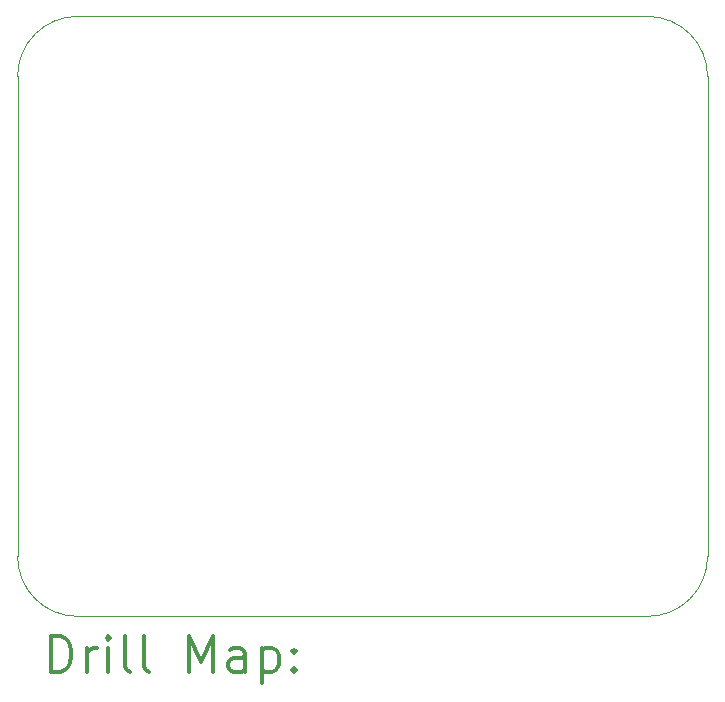
<source format=gbr>
%FSLAX45Y45*%
G04 Gerber Fmt 4.5, Leading zero omitted, Abs format (unit mm)*
G04 Created by KiCad (PCBNEW (5.1.10)-1) date 2021-10-01 13:30:18*
%MOMM*%
%LPD*%
G01*
G04 APERTURE LIST*
%TA.AperFunction,Profile*%
%ADD10C,0.050000*%
%TD*%
%ADD11C,0.200000*%
%ADD12C,0.300000*%
G04 APERTURE END LIST*
D10*
X16256000Y-12192000D02*
G75*
G02*
X15748000Y-12700000I-508000J0D01*
G01*
X10922000Y-12700000D02*
G75*
G02*
X10414000Y-12192000I0J508000D01*
G01*
X10414000Y-8128000D02*
G75*
G02*
X10922000Y-7620000I508000J0D01*
G01*
X10922000Y-7620000D02*
X15748000Y-7620000D01*
X10414000Y-12192000D02*
X10414000Y-8128000D01*
X15748000Y-12700000D02*
X10922000Y-12700000D01*
X16256000Y-8128000D02*
X16256000Y-12192000D01*
X15748000Y-7620000D02*
G75*
G02*
X16256000Y-8128000I0J-508000D01*
G01*
D11*
D12*
X10697928Y-13168214D02*
X10697928Y-12868214D01*
X10769357Y-12868214D01*
X10812214Y-12882500D01*
X10840786Y-12911071D01*
X10855071Y-12939643D01*
X10869357Y-12996786D01*
X10869357Y-13039643D01*
X10855071Y-13096786D01*
X10840786Y-13125357D01*
X10812214Y-13153929D01*
X10769357Y-13168214D01*
X10697928Y-13168214D01*
X10997928Y-13168214D02*
X10997928Y-12968214D01*
X10997928Y-13025357D02*
X11012214Y-12996786D01*
X11026500Y-12982500D01*
X11055071Y-12968214D01*
X11083643Y-12968214D01*
X11183643Y-13168214D02*
X11183643Y-12968214D01*
X11183643Y-12868214D02*
X11169357Y-12882500D01*
X11183643Y-12896786D01*
X11197928Y-12882500D01*
X11183643Y-12868214D01*
X11183643Y-12896786D01*
X11369357Y-13168214D02*
X11340786Y-13153929D01*
X11326500Y-13125357D01*
X11326500Y-12868214D01*
X11526500Y-13168214D02*
X11497928Y-13153929D01*
X11483643Y-13125357D01*
X11483643Y-12868214D01*
X11869357Y-13168214D02*
X11869357Y-12868214D01*
X11969357Y-13082500D01*
X12069357Y-12868214D01*
X12069357Y-13168214D01*
X12340786Y-13168214D02*
X12340786Y-13011071D01*
X12326500Y-12982500D01*
X12297928Y-12968214D01*
X12240786Y-12968214D01*
X12212214Y-12982500D01*
X12340786Y-13153929D02*
X12312214Y-13168214D01*
X12240786Y-13168214D01*
X12212214Y-13153929D01*
X12197928Y-13125357D01*
X12197928Y-13096786D01*
X12212214Y-13068214D01*
X12240786Y-13053929D01*
X12312214Y-13053929D01*
X12340786Y-13039643D01*
X12483643Y-12968214D02*
X12483643Y-13268214D01*
X12483643Y-12982500D02*
X12512214Y-12968214D01*
X12569357Y-12968214D01*
X12597928Y-12982500D01*
X12612214Y-12996786D01*
X12626500Y-13025357D01*
X12626500Y-13111071D01*
X12612214Y-13139643D01*
X12597928Y-13153929D01*
X12569357Y-13168214D01*
X12512214Y-13168214D01*
X12483643Y-13153929D01*
X12755071Y-13139643D02*
X12769357Y-13153929D01*
X12755071Y-13168214D01*
X12740786Y-13153929D01*
X12755071Y-13139643D01*
X12755071Y-13168214D01*
X12755071Y-12982500D02*
X12769357Y-12996786D01*
X12755071Y-13011071D01*
X12740786Y-12996786D01*
X12755071Y-12982500D01*
X12755071Y-13011071D01*
M02*

</source>
